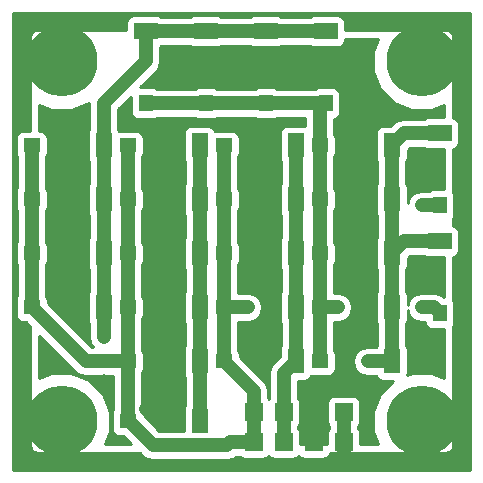
<source format=gbr>
G04 #@! TF.FileFunction,Copper,L2,Bot,Signal*
%FSLAX46Y46*%
G04 Gerber Fmt 4.6, Leading zero omitted, Abs format (unit mm)*
G04 Created by KiCad (PCBNEW 4.0.1-stable) date 8. 8. 2016 15:41:02*
%MOMM*%
G01*
G04 APERTURE LIST*
%ADD10C,0.500000*%
%ADD11R,1.400000X1.200000*%
%ADD12R,1.400000X2.000000*%
%ADD13R,1.200000X1.400000*%
%ADD14R,2.000000X1.400000*%
%ADD15R,1.524000X1.524000*%
%ADD16C,6.000000*%
%ADD17C,0.800000*%
%ADD18C,1.200000*%
%ADD19C,0.254000*%
G04 APERTURE END LIST*
D10*
D11*
X18794000Y28448000D03*
D12*
X24894000Y28448000D03*
D11*
X18794000Y23876000D03*
D12*
X24894000Y23876000D03*
D11*
X26922000Y23876000D03*
D12*
X33022000Y23876000D03*
D11*
X2538000Y19304000D03*
D12*
X8638000Y19304000D03*
D13*
X37084000Y23366000D03*
D14*
X37084000Y29466000D03*
D11*
X2538000Y23876000D03*
D12*
X8638000Y23876000D03*
D11*
X10666000Y23876000D03*
D12*
X16766000Y23876000D03*
D11*
X26922000Y10160000D03*
D12*
X33022000Y10160000D03*
D11*
X10666000Y5080000D03*
D12*
X16766000Y5080000D03*
D11*
X26922000Y28448000D03*
D12*
X33022000Y28448000D03*
D13*
X27432000Y32002000D03*
D14*
X27432000Y38102000D03*
D11*
X10666000Y28448000D03*
D12*
X16766000Y28448000D03*
D13*
X12192000Y32002000D03*
D14*
X12192000Y38102000D03*
D11*
X18794000Y19304000D03*
D12*
X24894000Y19304000D03*
D11*
X26922000Y19304000D03*
D12*
X33022000Y19304000D03*
D11*
X10666000Y19304000D03*
D12*
X16766000Y19304000D03*
D13*
X17272000Y32002000D03*
D14*
X17272000Y38102000D03*
D13*
X22352000Y32002000D03*
D14*
X22352000Y38102000D03*
D11*
X2538000Y28448000D03*
D12*
X8638000Y28448000D03*
D11*
X26922000Y14732000D03*
D12*
X33022000Y14732000D03*
D15*
X21336000Y3302000D03*
X21336000Y5842000D03*
X23876000Y3302000D03*
X23876000Y5842000D03*
X26416000Y3302000D03*
X26416000Y5842000D03*
X28956000Y3302000D03*
X28956000Y5842000D03*
D16*
X35560000Y5080000D03*
X5080000Y35560000D03*
X5080000Y5080000D03*
X35560000Y35560000D03*
D11*
X10666000Y14732000D03*
D12*
X16766000Y14732000D03*
D11*
X2538000Y14732000D03*
D12*
X8638000Y14732000D03*
D11*
X18794000Y14732000D03*
D12*
X24894000Y14732000D03*
D11*
X18794000Y10160000D03*
D12*
X24894000Y10160000D03*
D11*
X10666000Y10160000D03*
D12*
X16766000Y10160000D03*
D13*
X37084000Y14222000D03*
D14*
X37084000Y20322000D03*
D17*
X30988000Y10160000D03*
X16766000Y8636000D03*
X8636000Y12192000D03*
X35560000Y23368000D03*
X35560000Y14732000D03*
X20828000Y14732000D03*
X28448000Y14732000D03*
X36068000Y11176000D03*
X29972000Y12700000D03*
X37084000Y16764000D03*
X36576000Y26416000D03*
X21844000Y28448000D03*
X21844000Y23876000D03*
X21844000Y19304000D03*
X13716000Y14732000D03*
X13716000Y19304000D03*
X13716000Y23876000D03*
X13716000Y28448000D03*
X5588000Y28448000D03*
X5588000Y23876000D03*
X5588000Y19304000D03*
X5588000Y14732000D03*
X8636000Y8636000D03*
X12192000Y6096000D03*
X13716000Y5588000D03*
X28956000Y8636000D03*
X26416000Y7804000D03*
X14732000Y34544000D03*
X19812000Y34544000D03*
X24384000Y34544000D03*
X29972000Y34544000D03*
X29972000Y28448000D03*
X29972000Y23876000D03*
X29972000Y18796000D03*
D18*
X23876000Y3302000D02*
X23876000Y5842000D01*
X24894000Y14732000D02*
X24894000Y10160000D01*
X24894000Y19304000D02*
X24894000Y14732000D01*
X24894000Y23876000D02*
X24894000Y19304000D01*
X24894000Y28448000D02*
X24894000Y23876000D01*
X33022000Y10160000D02*
X30988000Y10160000D01*
X16766000Y5080000D02*
X16766000Y8636000D01*
X16766000Y10160000D02*
X16766000Y8636000D01*
X8638000Y14732000D02*
X8638000Y12194000D01*
X8638000Y12194000D02*
X8636000Y12192000D01*
X23876000Y5842000D02*
X23876000Y9142000D01*
X23876000Y9142000D02*
X24894000Y10160000D01*
X16766000Y14732000D02*
X16766000Y10160000D01*
X16766000Y19304000D02*
X16766000Y14732000D01*
X16766000Y23876000D02*
X16766000Y19304000D01*
X16766000Y28448000D02*
X16766000Y23876000D01*
X8638000Y19304000D02*
X8638000Y14732000D01*
X8638000Y23876000D02*
X8638000Y19304000D01*
X8638000Y28448000D02*
X8638000Y23876000D01*
X12192000Y35560000D02*
X8638000Y32006000D01*
X8638000Y32006000D02*
X8638000Y28448000D01*
X12192000Y38102000D02*
X12192000Y35560000D01*
X17272000Y38102000D02*
X12192000Y38102000D01*
X22352000Y38102000D02*
X17272000Y38102000D01*
X27432000Y38102000D02*
X22352000Y38102000D01*
X37084000Y20322000D02*
X34040000Y20322000D01*
X34040000Y20322000D02*
X33022000Y19304000D01*
X37084000Y29466000D02*
X34040000Y29466000D01*
X34040000Y29466000D02*
X33022000Y28448000D01*
X33022000Y23876000D02*
X33022000Y28448000D01*
X33022000Y19304000D02*
X33022000Y23876000D01*
X33022000Y14732000D02*
X33022000Y19304000D01*
X33022000Y10160000D02*
X33022000Y14732000D01*
X21336000Y3302000D02*
X21336000Y5842000D01*
X37084000Y23366000D02*
X35562000Y23366000D01*
X35562000Y23366000D02*
X35560000Y23368000D01*
X35560000Y14732000D02*
X36574000Y14732000D01*
X36574000Y14732000D02*
X37084000Y14222000D01*
X20828000Y14732000D02*
X18794000Y14732000D01*
X26922000Y14732000D02*
X28448000Y14732000D01*
X12798000Y3048000D02*
X19120000Y3048000D01*
X19120000Y3048000D02*
X19374000Y3302000D01*
X19374000Y3302000D02*
X21336000Y3302000D01*
X10666000Y5080000D02*
X10766000Y5080000D01*
X10766000Y5080000D02*
X12798000Y3048000D01*
X21336000Y5842000D02*
X21336000Y7618000D01*
X21336000Y7618000D02*
X18794000Y10160000D01*
X2538000Y14732000D02*
X7110000Y10160000D01*
X7110000Y10160000D02*
X10666000Y10160000D01*
X26922000Y28448000D02*
X26922000Y31492000D01*
X26922000Y31492000D02*
X27432000Y32002000D01*
X17272000Y32002000D02*
X18288000Y32002000D01*
X18288000Y32002000D02*
X22352000Y32002000D01*
X27432000Y32002000D02*
X22352000Y32002000D01*
X12192000Y32002000D02*
X17272000Y32002000D01*
X26922000Y23876000D02*
X26922000Y28448000D01*
X26922000Y19304000D02*
X26922000Y23876000D01*
X26922000Y14732000D02*
X26922000Y19304000D01*
X26922000Y10160000D02*
X26922000Y14732000D01*
X18794000Y23876000D02*
X18794000Y28448000D01*
X18794000Y19304000D02*
X18794000Y23876000D01*
X18794000Y14732000D02*
X18794000Y19304000D01*
X18794000Y15746000D02*
X18794000Y14732000D01*
X18794000Y10160000D02*
X18794000Y15746000D01*
X10666000Y23876000D02*
X10666000Y28448000D01*
X10666000Y19304000D02*
X10666000Y23876000D01*
X10666000Y14732000D02*
X10666000Y19304000D01*
X10666000Y10160000D02*
X10666000Y14732000D01*
X10666000Y5080000D02*
X10666000Y10160000D01*
X2538000Y19304000D02*
X2538000Y14732000D01*
X2538000Y23876000D02*
X2538000Y19304000D01*
X2538000Y28448000D02*
X2538000Y23876000D01*
X29972000Y12700000D02*
X30480000Y13208000D01*
X28956000Y8636000D02*
X28956000Y11684000D01*
X28956000Y11684000D02*
X29972000Y12700000D01*
X21844000Y19304000D02*
X21844000Y23876000D01*
X13716000Y19304000D02*
X13716000Y14732000D01*
X13716000Y28448000D02*
X13716000Y23876000D01*
X5588000Y23876000D02*
X5588000Y28448000D01*
X5588000Y14732000D02*
X5588000Y19304000D01*
X13716000Y5588000D02*
X12700000Y5588000D01*
X12700000Y5588000D02*
X12192000Y6096000D01*
X19812000Y34544000D02*
X14732000Y34544000D01*
X29972000Y34544000D02*
X24384000Y34544000D01*
X29972000Y23876000D02*
X29972000Y28448000D01*
X30480000Y13208000D02*
X30480000Y18288000D01*
X30480000Y18288000D02*
X29972000Y18796000D01*
X26416000Y3302000D02*
X26416000Y5842000D01*
X28956000Y3302000D02*
X28956000Y5842000D01*
X5080000Y1524000D02*
X8128000Y1524000D01*
X5080000Y5080000D02*
X5080000Y1524000D01*
X5080000Y39116000D02*
X5080000Y35560000D01*
X35560000Y39116000D02*
X35560000Y35560000D01*
X35052000Y1524000D02*
X35052000Y4572000D01*
X35052000Y4572000D02*
X35560000Y5080000D01*
X28956000Y1524000D02*
X35052000Y1524000D01*
X28956000Y3302000D02*
X28956000Y1524000D01*
D19*
G36*
X39676000Y964000D02*
X964000Y964000D01*
X964000Y29048000D01*
X1190560Y29048000D01*
X1190560Y27848000D01*
X1234838Y27612683D01*
X1303000Y27506756D01*
X1303000Y24817797D01*
X1241569Y24727890D01*
X1190560Y24476000D01*
X1190560Y23276000D01*
X1234838Y23040683D01*
X1303000Y22934756D01*
X1303000Y20245797D01*
X1241569Y20155890D01*
X1190560Y19904000D01*
X1190560Y18704000D01*
X1234838Y18468683D01*
X1303000Y18362756D01*
X1303000Y15673797D01*
X1241569Y15583890D01*
X1190560Y15332000D01*
X1190560Y14132000D01*
X1234838Y13896683D01*
X1373910Y13680559D01*
X1586110Y13535569D01*
X1838000Y13484560D01*
X2038886Y13484560D01*
X2413000Y13110446D01*
X2413000Y3048000D01*
X2456427Y2817205D01*
X2592827Y2605233D01*
X2800949Y2463029D01*
X3048000Y2413000D01*
X11686446Y2413000D01*
X11924723Y2174723D01*
X12325386Y1907009D01*
X12798000Y1813000D01*
X19120000Y1813000D01*
X19592614Y1907009D01*
X19832058Y2067000D01*
X20141463Y2067000D01*
X20322110Y1943569D01*
X20574000Y1892560D01*
X22098000Y1892560D01*
X22333317Y1936838D01*
X22549441Y2075910D01*
X22605374Y2157770D01*
X22649910Y2088559D01*
X22862110Y1943569D01*
X23114000Y1892560D01*
X24638000Y1892560D01*
X24873317Y1936838D01*
X25089441Y2075910D01*
X25145374Y2157770D01*
X25189910Y2088559D01*
X25402110Y1943569D01*
X25654000Y1892560D01*
X27178000Y1892560D01*
X27413317Y1936838D01*
X27629441Y2075910D01*
X27774431Y2288110D01*
X27799722Y2413000D01*
X37592000Y2413000D01*
X37822795Y2456427D01*
X38034767Y2592827D01*
X38176971Y2800949D01*
X38227000Y3048000D01*
X38227000Y13191911D01*
X38280431Y13270110D01*
X38331440Y13522000D01*
X38331440Y14922000D01*
X38287162Y15157317D01*
X38227000Y15250811D01*
X38227000Y19001467D01*
X38319317Y19018838D01*
X38535441Y19157910D01*
X38680431Y19370110D01*
X38731440Y19622000D01*
X38731440Y21022000D01*
X38687162Y21257317D01*
X38548090Y21473441D01*
X38335890Y21618431D01*
X38227000Y21640482D01*
X38227000Y22335911D01*
X38280431Y22414110D01*
X38331440Y22666000D01*
X38331440Y24066000D01*
X38287162Y24301317D01*
X38227000Y24394811D01*
X38227000Y28145467D01*
X38319317Y28162838D01*
X38535441Y28301910D01*
X38680431Y28514110D01*
X38731440Y28766000D01*
X38731440Y30166000D01*
X38687162Y30401317D01*
X38548090Y30617441D01*
X38335890Y30762431D01*
X38227000Y30784482D01*
X38227000Y37592000D01*
X38183573Y37822795D01*
X38047173Y38034767D01*
X37839051Y38176971D01*
X37592000Y38227000D01*
X29079440Y38227000D01*
X29079440Y38802000D01*
X29035162Y39037317D01*
X28896090Y39253441D01*
X28683890Y39398431D01*
X28432000Y39449440D01*
X26432000Y39449440D01*
X26196683Y39405162D01*
X26090756Y39337000D01*
X23693797Y39337000D01*
X23603890Y39398431D01*
X23352000Y39449440D01*
X21352000Y39449440D01*
X21116683Y39405162D01*
X21010756Y39337000D01*
X18613797Y39337000D01*
X18523890Y39398431D01*
X18272000Y39449440D01*
X16272000Y39449440D01*
X16036683Y39405162D01*
X15930756Y39337000D01*
X13533797Y39337000D01*
X13443890Y39398431D01*
X13192000Y39449440D01*
X11192000Y39449440D01*
X10956683Y39405162D01*
X10740559Y39266090D01*
X10595569Y39053890D01*
X10544560Y38802000D01*
X10544560Y38227000D01*
X3048000Y38227000D01*
X2817205Y38183573D01*
X2605233Y38047173D01*
X2463029Y37839051D01*
X2413000Y37592000D01*
X2413000Y29695440D01*
X1838000Y29695440D01*
X1602683Y29651162D01*
X1386559Y29512090D01*
X1241569Y29299890D01*
X1190560Y29048000D01*
X964000Y29048000D01*
X964000Y39676000D01*
X39676000Y39676000D01*
X39676000Y964000D01*
X39676000Y964000D01*
G37*
X39676000Y964000D02*
X964000Y964000D01*
X964000Y29048000D01*
X1190560Y29048000D01*
X1190560Y27848000D01*
X1234838Y27612683D01*
X1303000Y27506756D01*
X1303000Y24817797D01*
X1241569Y24727890D01*
X1190560Y24476000D01*
X1190560Y23276000D01*
X1234838Y23040683D01*
X1303000Y22934756D01*
X1303000Y20245797D01*
X1241569Y20155890D01*
X1190560Y19904000D01*
X1190560Y18704000D01*
X1234838Y18468683D01*
X1303000Y18362756D01*
X1303000Y15673797D01*
X1241569Y15583890D01*
X1190560Y15332000D01*
X1190560Y14132000D01*
X1234838Y13896683D01*
X1373910Y13680559D01*
X1586110Y13535569D01*
X1838000Y13484560D01*
X2038886Y13484560D01*
X2413000Y13110446D01*
X2413000Y3048000D01*
X2456427Y2817205D01*
X2592827Y2605233D01*
X2800949Y2463029D01*
X3048000Y2413000D01*
X11686446Y2413000D01*
X11924723Y2174723D01*
X12325386Y1907009D01*
X12798000Y1813000D01*
X19120000Y1813000D01*
X19592614Y1907009D01*
X19832058Y2067000D01*
X20141463Y2067000D01*
X20322110Y1943569D01*
X20574000Y1892560D01*
X22098000Y1892560D01*
X22333317Y1936838D01*
X22549441Y2075910D01*
X22605374Y2157770D01*
X22649910Y2088559D01*
X22862110Y1943569D01*
X23114000Y1892560D01*
X24638000Y1892560D01*
X24873317Y1936838D01*
X25089441Y2075910D01*
X25145374Y2157770D01*
X25189910Y2088559D01*
X25402110Y1943569D01*
X25654000Y1892560D01*
X27178000Y1892560D01*
X27413317Y1936838D01*
X27629441Y2075910D01*
X27774431Y2288110D01*
X27799722Y2413000D01*
X37592000Y2413000D01*
X37822795Y2456427D01*
X38034767Y2592827D01*
X38176971Y2800949D01*
X38227000Y3048000D01*
X38227000Y13191911D01*
X38280431Y13270110D01*
X38331440Y13522000D01*
X38331440Y14922000D01*
X38287162Y15157317D01*
X38227000Y15250811D01*
X38227000Y19001467D01*
X38319317Y19018838D01*
X38535441Y19157910D01*
X38680431Y19370110D01*
X38731440Y19622000D01*
X38731440Y21022000D01*
X38687162Y21257317D01*
X38548090Y21473441D01*
X38335890Y21618431D01*
X38227000Y21640482D01*
X38227000Y22335911D01*
X38280431Y22414110D01*
X38331440Y22666000D01*
X38331440Y24066000D01*
X38287162Y24301317D01*
X38227000Y24394811D01*
X38227000Y28145467D01*
X38319317Y28162838D01*
X38535441Y28301910D01*
X38680431Y28514110D01*
X38731440Y28766000D01*
X38731440Y30166000D01*
X38687162Y30401317D01*
X38548090Y30617441D01*
X38335890Y30762431D01*
X38227000Y30784482D01*
X38227000Y37592000D01*
X38183573Y37822795D01*
X38047173Y38034767D01*
X37839051Y38176971D01*
X37592000Y38227000D01*
X29079440Y38227000D01*
X29079440Y38802000D01*
X29035162Y39037317D01*
X28896090Y39253441D01*
X28683890Y39398431D01*
X28432000Y39449440D01*
X26432000Y39449440D01*
X26196683Y39405162D01*
X26090756Y39337000D01*
X23693797Y39337000D01*
X23603890Y39398431D01*
X23352000Y39449440D01*
X21352000Y39449440D01*
X21116683Y39405162D01*
X21010756Y39337000D01*
X18613797Y39337000D01*
X18523890Y39398431D01*
X18272000Y39449440D01*
X16272000Y39449440D01*
X16036683Y39405162D01*
X15930756Y39337000D01*
X13533797Y39337000D01*
X13443890Y39398431D01*
X13192000Y39449440D01*
X11192000Y39449440D01*
X10956683Y39405162D01*
X10740559Y39266090D01*
X10595569Y39053890D01*
X10544560Y38802000D01*
X10544560Y38227000D01*
X3048000Y38227000D01*
X2817205Y38183573D01*
X2605233Y38047173D01*
X2463029Y37839051D01*
X2413000Y37592000D01*
X2413000Y29695440D01*
X1838000Y29695440D01*
X1602683Y29651162D01*
X1386559Y29512090D01*
X1241569Y29299890D01*
X1190560Y29048000D01*
X964000Y29048000D01*
X964000Y39676000D01*
X39676000Y39676000D01*
X39676000Y964000D01*
G36*
X31433718Y36384513D02*
X31432285Y34742690D01*
X32059259Y33225296D01*
X33219190Y32063340D01*
X34735487Y31433718D01*
X36377310Y31432285D01*
X37465000Y31881709D01*
X37465000Y30813440D01*
X36084000Y30813440D01*
X35848683Y30769162D01*
X35742756Y30701000D01*
X34040000Y30701000D01*
X33567386Y30606991D01*
X33166723Y30339277D01*
X32922886Y30095440D01*
X32322000Y30095440D01*
X32086683Y30051162D01*
X31870559Y29912090D01*
X31725569Y29699890D01*
X31674560Y29448000D01*
X31674560Y27448000D01*
X31718838Y27212683D01*
X31787000Y27106756D01*
X31787000Y25217797D01*
X31725569Y25127890D01*
X31674560Y24876000D01*
X31674560Y22876000D01*
X31718838Y22640683D01*
X31787000Y22534756D01*
X31787000Y20645797D01*
X31725569Y20555890D01*
X31674560Y20304000D01*
X31674560Y18304000D01*
X31718838Y18068683D01*
X31787000Y17962756D01*
X31787000Y16073797D01*
X31725569Y15983890D01*
X31674560Y15732000D01*
X31674560Y13732000D01*
X31718838Y13496683D01*
X31787000Y13390756D01*
X31787000Y11501797D01*
X31725569Y11411890D01*
X31722149Y11395000D01*
X30988000Y11395000D01*
X30515386Y11300991D01*
X30114723Y11033277D01*
X29847009Y10632614D01*
X29753000Y10160000D01*
X29847009Y9687386D01*
X30114723Y9286723D01*
X30515386Y9019009D01*
X30988000Y8925000D01*
X31718778Y8925000D01*
X31718838Y8924683D01*
X31857910Y8708559D01*
X32070110Y8563569D01*
X32322000Y8512560D01*
X33156996Y8512560D01*
X32063340Y7420810D01*
X31433718Y5904513D01*
X31432285Y4262690D01*
X31881709Y3175000D01*
X30365440Y3175000D01*
X30365440Y4064000D01*
X30321162Y4299317D01*
X30191000Y4501594D01*
X30191000Y4647463D01*
X30314431Y4828110D01*
X30365440Y5080000D01*
X30365440Y6604000D01*
X30321162Y6839317D01*
X30182090Y7055441D01*
X29969890Y7200431D01*
X29718000Y7251440D01*
X28194000Y7251440D01*
X27958683Y7207162D01*
X27742559Y7068090D01*
X27597569Y6855890D01*
X27546560Y6604000D01*
X27546560Y5080000D01*
X27590838Y4844683D01*
X27721000Y4642406D01*
X27721000Y4496537D01*
X27597569Y4315890D01*
X27546560Y4064000D01*
X27546560Y3175000D01*
X25285440Y3175000D01*
X25285440Y4064000D01*
X25241162Y4299317D01*
X25111000Y4501594D01*
X25111000Y4647463D01*
X25234431Y4828110D01*
X25285440Y5080000D01*
X25285440Y6604000D01*
X25241162Y6839317D01*
X25111000Y7041594D01*
X25111000Y8512560D01*
X25594000Y8512560D01*
X25829317Y8556838D01*
X26045441Y8695910D01*
X26190431Y8908110D01*
X26192540Y8918526D01*
X26222000Y8912560D01*
X27622000Y8912560D01*
X27857317Y8956838D01*
X28073441Y9095910D01*
X28218431Y9308110D01*
X28269440Y9560000D01*
X28269440Y10760000D01*
X28225162Y10995317D01*
X28157000Y11101244D01*
X28157000Y13497000D01*
X28448000Y13497000D01*
X28920614Y13591009D01*
X29321277Y13858723D01*
X29588991Y14259386D01*
X29683000Y14732000D01*
X29588991Y15204614D01*
X29321277Y15605277D01*
X28920614Y15872991D01*
X28448000Y15967000D01*
X28157000Y15967000D01*
X28157000Y18362203D01*
X28218431Y18452110D01*
X28269440Y18704000D01*
X28269440Y19904000D01*
X28225162Y20139317D01*
X28157000Y20245244D01*
X28157000Y22934203D01*
X28218431Y23024110D01*
X28269440Y23276000D01*
X28269440Y24476000D01*
X28225162Y24711317D01*
X28157000Y24817244D01*
X28157000Y27506203D01*
X28218431Y27596110D01*
X28269440Y27848000D01*
X28269440Y29048000D01*
X28225162Y29283317D01*
X28157000Y29389244D01*
X28157000Y30678080D01*
X28267317Y30698838D01*
X28483441Y30837910D01*
X28628431Y31050110D01*
X28679440Y31302000D01*
X28679440Y32702000D01*
X28635162Y32937317D01*
X28496090Y33153441D01*
X28283890Y33298431D01*
X28032000Y33349440D01*
X26832000Y33349440D01*
X26596683Y33305162D01*
X26490756Y33237000D01*
X23293797Y33237000D01*
X23203890Y33298431D01*
X22952000Y33349440D01*
X21752000Y33349440D01*
X21516683Y33305162D01*
X21410756Y33237000D01*
X18213797Y33237000D01*
X18123890Y33298431D01*
X17872000Y33349440D01*
X16672000Y33349440D01*
X16436683Y33305162D01*
X16330756Y33237000D01*
X13133797Y33237000D01*
X13043890Y33298431D01*
X12792000Y33349440D01*
X11727994Y33349440D01*
X13065277Y34686723D01*
X13332991Y35087386D01*
X13427000Y35560000D01*
X13427000Y36798778D01*
X13427317Y36798838D01*
X13533244Y36867000D01*
X15930203Y36867000D01*
X16020110Y36805569D01*
X16272000Y36754560D01*
X18272000Y36754560D01*
X18507317Y36798838D01*
X18613244Y36867000D01*
X21010203Y36867000D01*
X21100110Y36805569D01*
X21352000Y36754560D01*
X23352000Y36754560D01*
X23587317Y36798838D01*
X23693244Y36867000D01*
X26090203Y36867000D01*
X26180110Y36805569D01*
X26432000Y36754560D01*
X28432000Y36754560D01*
X28667317Y36798838D01*
X28883441Y36937910D01*
X29028431Y37150110D01*
X29079440Y37402000D01*
X29079440Y37465000D01*
X31882376Y37465000D01*
X31433718Y36384513D01*
X31433718Y36384513D01*
G37*
X31433718Y36384513D02*
X31432285Y34742690D01*
X32059259Y33225296D01*
X33219190Y32063340D01*
X34735487Y31433718D01*
X36377310Y31432285D01*
X37465000Y31881709D01*
X37465000Y30813440D01*
X36084000Y30813440D01*
X35848683Y30769162D01*
X35742756Y30701000D01*
X34040000Y30701000D01*
X33567386Y30606991D01*
X33166723Y30339277D01*
X32922886Y30095440D01*
X32322000Y30095440D01*
X32086683Y30051162D01*
X31870559Y29912090D01*
X31725569Y29699890D01*
X31674560Y29448000D01*
X31674560Y27448000D01*
X31718838Y27212683D01*
X31787000Y27106756D01*
X31787000Y25217797D01*
X31725569Y25127890D01*
X31674560Y24876000D01*
X31674560Y22876000D01*
X31718838Y22640683D01*
X31787000Y22534756D01*
X31787000Y20645797D01*
X31725569Y20555890D01*
X31674560Y20304000D01*
X31674560Y18304000D01*
X31718838Y18068683D01*
X31787000Y17962756D01*
X31787000Y16073797D01*
X31725569Y15983890D01*
X31674560Y15732000D01*
X31674560Y13732000D01*
X31718838Y13496683D01*
X31787000Y13390756D01*
X31787000Y11501797D01*
X31725569Y11411890D01*
X31722149Y11395000D01*
X30988000Y11395000D01*
X30515386Y11300991D01*
X30114723Y11033277D01*
X29847009Y10632614D01*
X29753000Y10160000D01*
X29847009Y9687386D01*
X30114723Y9286723D01*
X30515386Y9019009D01*
X30988000Y8925000D01*
X31718778Y8925000D01*
X31718838Y8924683D01*
X31857910Y8708559D01*
X32070110Y8563569D01*
X32322000Y8512560D01*
X33156996Y8512560D01*
X32063340Y7420810D01*
X31433718Y5904513D01*
X31432285Y4262690D01*
X31881709Y3175000D01*
X30365440Y3175000D01*
X30365440Y4064000D01*
X30321162Y4299317D01*
X30191000Y4501594D01*
X30191000Y4647463D01*
X30314431Y4828110D01*
X30365440Y5080000D01*
X30365440Y6604000D01*
X30321162Y6839317D01*
X30182090Y7055441D01*
X29969890Y7200431D01*
X29718000Y7251440D01*
X28194000Y7251440D01*
X27958683Y7207162D01*
X27742559Y7068090D01*
X27597569Y6855890D01*
X27546560Y6604000D01*
X27546560Y5080000D01*
X27590838Y4844683D01*
X27721000Y4642406D01*
X27721000Y4496537D01*
X27597569Y4315890D01*
X27546560Y4064000D01*
X27546560Y3175000D01*
X25285440Y3175000D01*
X25285440Y4064000D01*
X25241162Y4299317D01*
X25111000Y4501594D01*
X25111000Y4647463D01*
X25234431Y4828110D01*
X25285440Y5080000D01*
X25285440Y6604000D01*
X25241162Y6839317D01*
X25111000Y7041594D01*
X25111000Y8512560D01*
X25594000Y8512560D01*
X25829317Y8556838D01*
X26045441Y8695910D01*
X26190431Y8908110D01*
X26192540Y8918526D01*
X26222000Y8912560D01*
X27622000Y8912560D01*
X27857317Y8956838D01*
X28073441Y9095910D01*
X28218431Y9308110D01*
X28269440Y9560000D01*
X28269440Y10760000D01*
X28225162Y10995317D01*
X28157000Y11101244D01*
X28157000Y13497000D01*
X28448000Y13497000D01*
X28920614Y13591009D01*
X29321277Y13858723D01*
X29588991Y14259386D01*
X29683000Y14732000D01*
X29588991Y15204614D01*
X29321277Y15605277D01*
X28920614Y15872991D01*
X28448000Y15967000D01*
X28157000Y15967000D01*
X28157000Y18362203D01*
X28218431Y18452110D01*
X28269440Y18704000D01*
X28269440Y19904000D01*
X28225162Y20139317D01*
X28157000Y20245244D01*
X28157000Y22934203D01*
X28218431Y23024110D01*
X28269440Y23276000D01*
X28269440Y24476000D01*
X28225162Y24711317D01*
X28157000Y24817244D01*
X28157000Y27506203D01*
X28218431Y27596110D01*
X28269440Y27848000D01*
X28269440Y29048000D01*
X28225162Y29283317D01*
X28157000Y29389244D01*
X28157000Y30678080D01*
X28267317Y30698838D01*
X28483441Y30837910D01*
X28628431Y31050110D01*
X28679440Y31302000D01*
X28679440Y32702000D01*
X28635162Y32937317D01*
X28496090Y33153441D01*
X28283890Y33298431D01*
X28032000Y33349440D01*
X26832000Y33349440D01*
X26596683Y33305162D01*
X26490756Y33237000D01*
X23293797Y33237000D01*
X23203890Y33298431D01*
X22952000Y33349440D01*
X21752000Y33349440D01*
X21516683Y33305162D01*
X21410756Y33237000D01*
X18213797Y33237000D01*
X18123890Y33298431D01*
X17872000Y33349440D01*
X16672000Y33349440D01*
X16436683Y33305162D01*
X16330756Y33237000D01*
X13133797Y33237000D01*
X13043890Y33298431D01*
X12792000Y33349440D01*
X11727994Y33349440D01*
X13065277Y34686723D01*
X13332991Y35087386D01*
X13427000Y35560000D01*
X13427000Y36798778D01*
X13427317Y36798838D01*
X13533244Y36867000D01*
X15930203Y36867000D01*
X16020110Y36805569D01*
X16272000Y36754560D01*
X18272000Y36754560D01*
X18507317Y36798838D01*
X18613244Y36867000D01*
X21010203Y36867000D01*
X21100110Y36805569D01*
X21352000Y36754560D01*
X23352000Y36754560D01*
X23587317Y36798838D01*
X23693244Y36867000D01*
X26090203Y36867000D01*
X26180110Y36805569D01*
X26432000Y36754560D01*
X28432000Y36754560D01*
X28667317Y36798838D01*
X28883441Y36937910D01*
X29028431Y37150110D01*
X29079440Y37402000D01*
X29079440Y37465000D01*
X31882376Y37465000D01*
X31433718Y36384513D01*
G36*
X6236723Y9286723D02*
X6637386Y9019009D01*
X7110000Y8925000D01*
X9431000Y8925000D01*
X9431000Y6021797D01*
X9369569Y5931890D01*
X9318560Y5680000D01*
X9318560Y4480000D01*
X9362838Y4244683D01*
X9501910Y4028559D01*
X9714110Y3883569D01*
X9966000Y3832560D01*
X10266886Y3832560D01*
X10924446Y3175000D01*
X8757624Y3175000D01*
X9206282Y4255487D01*
X9207715Y5897310D01*
X8580741Y7414704D01*
X7420810Y8576660D01*
X5904513Y9206282D01*
X4262690Y9207715D01*
X3175000Y8758291D01*
X3175000Y12348446D01*
X6236723Y9286723D01*
X6236723Y9286723D01*
G37*
X6236723Y9286723D02*
X6637386Y9019009D01*
X7110000Y8925000D01*
X9431000Y8925000D01*
X9431000Y6021797D01*
X9369569Y5931890D01*
X9318560Y5680000D01*
X9318560Y4480000D01*
X9362838Y4244683D01*
X9501910Y4028559D01*
X9714110Y3883569D01*
X9966000Y3832560D01*
X10266886Y3832560D01*
X10924446Y3175000D01*
X8757624Y3175000D01*
X9206282Y4255487D01*
X9207715Y5897310D01*
X8580741Y7414704D01*
X7420810Y8576660D01*
X5904513Y9206282D01*
X4262690Y9207715D01*
X3175000Y8758291D01*
X3175000Y12348446D01*
X6236723Y9286723D01*
G36*
X10944560Y31302000D02*
X10988838Y31066683D01*
X11127910Y30850559D01*
X11340110Y30705569D01*
X11592000Y30654560D01*
X12792000Y30654560D01*
X13027317Y30698838D01*
X13133244Y30767000D01*
X16330203Y30767000D01*
X16420110Y30705569D01*
X16672000Y30654560D01*
X17872000Y30654560D01*
X18107317Y30698838D01*
X18213244Y30767000D01*
X21410203Y30767000D01*
X21500110Y30705569D01*
X21752000Y30654560D01*
X22952000Y30654560D01*
X23187317Y30698838D01*
X23293244Y30767000D01*
X25687000Y30767000D01*
X25687000Y30076607D01*
X25594000Y30095440D01*
X24194000Y30095440D01*
X23958683Y30051162D01*
X23742559Y29912090D01*
X23597569Y29699890D01*
X23546560Y29448000D01*
X23546560Y27448000D01*
X23590838Y27212683D01*
X23659000Y27106756D01*
X23659000Y25217797D01*
X23597569Y25127890D01*
X23546560Y24876000D01*
X23546560Y22876000D01*
X23590838Y22640683D01*
X23659000Y22534756D01*
X23659000Y20645797D01*
X23597569Y20555890D01*
X23546560Y20304000D01*
X23546560Y18304000D01*
X23590838Y18068683D01*
X23659000Y17962756D01*
X23659000Y16073797D01*
X23597569Y15983890D01*
X23546560Y15732000D01*
X23546560Y13732000D01*
X23590838Y13496683D01*
X23659000Y13390756D01*
X23659000Y11501797D01*
X23597569Y11411890D01*
X23546560Y11160000D01*
X23546560Y10559114D01*
X23002723Y10015277D01*
X22735009Y9614614D01*
X22641000Y9142000D01*
X22641000Y7036537D01*
X22606626Y6986230D01*
X22571000Y7041594D01*
X22571000Y7618000D01*
X22476991Y8090614D01*
X22209277Y8491277D01*
X20141440Y10559114D01*
X20141440Y10760000D01*
X20097162Y10995317D01*
X20029000Y11101244D01*
X20029000Y13497000D01*
X20828000Y13497000D01*
X21300614Y13591009D01*
X21701277Y13858723D01*
X21968991Y14259386D01*
X22063000Y14732000D01*
X21968991Y15204614D01*
X21701277Y15605277D01*
X21300614Y15872991D01*
X20828000Y15967000D01*
X20029000Y15967000D01*
X20029000Y18362203D01*
X20090431Y18452110D01*
X20141440Y18704000D01*
X20141440Y19904000D01*
X20097162Y20139317D01*
X20029000Y20245244D01*
X20029000Y22934203D01*
X20090431Y23024110D01*
X20141440Y23276000D01*
X20141440Y24476000D01*
X20097162Y24711317D01*
X20029000Y24817244D01*
X20029000Y27506203D01*
X20090431Y27596110D01*
X20141440Y27848000D01*
X20141440Y29048000D01*
X20097162Y29283317D01*
X19958090Y29499441D01*
X19745890Y29644431D01*
X19494000Y29695440D01*
X18094000Y29695440D01*
X18064886Y29689962D01*
X17930090Y29899441D01*
X17717890Y30044431D01*
X17466000Y30095440D01*
X16066000Y30095440D01*
X15830683Y30051162D01*
X15614559Y29912090D01*
X15469569Y29699890D01*
X15418560Y29448000D01*
X15418560Y27448000D01*
X15462838Y27212683D01*
X15531000Y27106756D01*
X15531000Y25217797D01*
X15469569Y25127890D01*
X15418560Y24876000D01*
X15418560Y22876000D01*
X15462838Y22640683D01*
X15531000Y22534756D01*
X15531000Y20645797D01*
X15469569Y20555890D01*
X15418560Y20304000D01*
X15418560Y18304000D01*
X15462838Y18068683D01*
X15531000Y17962756D01*
X15531000Y16073797D01*
X15469569Y15983890D01*
X15418560Y15732000D01*
X15418560Y13732000D01*
X15462838Y13496683D01*
X15531000Y13390756D01*
X15531000Y11501797D01*
X15469569Y11411890D01*
X15418560Y11160000D01*
X15418560Y9160000D01*
X15462838Y8924683D01*
X15531000Y8818756D01*
X15531000Y6421797D01*
X15469569Y6331890D01*
X15418560Y6080000D01*
X15418560Y4283000D01*
X13309554Y4283000D01*
X12013440Y5579114D01*
X12013440Y5680000D01*
X11969162Y5915317D01*
X11901000Y6021244D01*
X11901000Y9218203D01*
X11962431Y9308110D01*
X12013440Y9560000D01*
X12013440Y10760000D01*
X11969162Y10995317D01*
X11901000Y11101244D01*
X11901000Y13790203D01*
X11962431Y13880110D01*
X12013440Y14132000D01*
X12013440Y15332000D01*
X11969162Y15567317D01*
X11901000Y15673244D01*
X11901000Y18362203D01*
X11962431Y18452110D01*
X12013440Y18704000D01*
X12013440Y19904000D01*
X11969162Y20139317D01*
X11901000Y20245244D01*
X11901000Y22934203D01*
X11962431Y23024110D01*
X12013440Y23276000D01*
X12013440Y24476000D01*
X11969162Y24711317D01*
X11901000Y24817244D01*
X11901000Y27506203D01*
X11962431Y27596110D01*
X12013440Y27848000D01*
X12013440Y29048000D01*
X11969162Y29283317D01*
X11830090Y29499441D01*
X11617890Y29644431D01*
X11366000Y29695440D01*
X9966000Y29695440D01*
X9936886Y29689962D01*
X9873000Y29789244D01*
X9873000Y31494446D01*
X10944560Y32566006D01*
X10944560Y31302000D01*
X10944560Y31302000D01*
G37*
X10944560Y31302000D02*
X10988838Y31066683D01*
X11127910Y30850559D01*
X11340110Y30705569D01*
X11592000Y30654560D01*
X12792000Y30654560D01*
X13027317Y30698838D01*
X13133244Y30767000D01*
X16330203Y30767000D01*
X16420110Y30705569D01*
X16672000Y30654560D01*
X17872000Y30654560D01*
X18107317Y30698838D01*
X18213244Y30767000D01*
X21410203Y30767000D01*
X21500110Y30705569D01*
X21752000Y30654560D01*
X22952000Y30654560D01*
X23187317Y30698838D01*
X23293244Y30767000D01*
X25687000Y30767000D01*
X25687000Y30076607D01*
X25594000Y30095440D01*
X24194000Y30095440D01*
X23958683Y30051162D01*
X23742559Y29912090D01*
X23597569Y29699890D01*
X23546560Y29448000D01*
X23546560Y27448000D01*
X23590838Y27212683D01*
X23659000Y27106756D01*
X23659000Y25217797D01*
X23597569Y25127890D01*
X23546560Y24876000D01*
X23546560Y22876000D01*
X23590838Y22640683D01*
X23659000Y22534756D01*
X23659000Y20645797D01*
X23597569Y20555890D01*
X23546560Y20304000D01*
X23546560Y18304000D01*
X23590838Y18068683D01*
X23659000Y17962756D01*
X23659000Y16073797D01*
X23597569Y15983890D01*
X23546560Y15732000D01*
X23546560Y13732000D01*
X23590838Y13496683D01*
X23659000Y13390756D01*
X23659000Y11501797D01*
X23597569Y11411890D01*
X23546560Y11160000D01*
X23546560Y10559114D01*
X23002723Y10015277D01*
X22735009Y9614614D01*
X22641000Y9142000D01*
X22641000Y7036537D01*
X22606626Y6986230D01*
X22571000Y7041594D01*
X22571000Y7618000D01*
X22476991Y8090614D01*
X22209277Y8491277D01*
X20141440Y10559114D01*
X20141440Y10760000D01*
X20097162Y10995317D01*
X20029000Y11101244D01*
X20029000Y13497000D01*
X20828000Y13497000D01*
X21300614Y13591009D01*
X21701277Y13858723D01*
X21968991Y14259386D01*
X22063000Y14732000D01*
X21968991Y15204614D01*
X21701277Y15605277D01*
X21300614Y15872991D01*
X20828000Y15967000D01*
X20029000Y15967000D01*
X20029000Y18362203D01*
X20090431Y18452110D01*
X20141440Y18704000D01*
X20141440Y19904000D01*
X20097162Y20139317D01*
X20029000Y20245244D01*
X20029000Y22934203D01*
X20090431Y23024110D01*
X20141440Y23276000D01*
X20141440Y24476000D01*
X20097162Y24711317D01*
X20029000Y24817244D01*
X20029000Y27506203D01*
X20090431Y27596110D01*
X20141440Y27848000D01*
X20141440Y29048000D01*
X20097162Y29283317D01*
X19958090Y29499441D01*
X19745890Y29644431D01*
X19494000Y29695440D01*
X18094000Y29695440D01*
X18064886Y29689962D01*
X17930090Y29899441D01*
X17717890Y30044431D01*
X17466000Y30095440D01*
X16066000Y30095440D01*
X15830683Y30051162D01*
X15614559Y29912090D01*
X15469569Y29699890D01*
X15418560Y29448000D01*
X15418560Y27448000D01*
X15462838Y27212683D01*
X15531000Y27106756D01*
X15531000Y25217797D01*
X15469569Y25127890D01*
X15418560Y24876000D01*
X15418560Y22876000D01*
X15462838Y22640683D01*
X15531000Y22534756D01*
X15531000Y20645797D01*
X15469569Y20555890D01*
X15418560Y20304000D01*
X15418560Y18304000D01*
X15462838Y18068683D01*
X15531000Y17962756D01*
X15531000Y16073797D01*
X15469569Y15983890D01*
X15418560Y15732000D01*
X15418560Y13732000D01*
X15462838Y13496683D01*
X15531000Y13390756D01*
X15531000Y11501797D01*
X15469569Y11411890D01*
X15418560Y11160000D01*
X15418560Y9160000D01*
X15462838Y8924683D01*
X15531000Y8818756D01*
X15531000Y6421797D01*
X15469569Y6331890D01*
X15418560Y6080000D01*
X15418560Y4283000D01*
X13309554Y4283000D01*
X12013440Y5579114D01*
X12013440Y5680000D01*
X11969162Y5915317D01*
X11901000Y6021244D01*
X11901000Y9218203D01*
X11962431Y9308110D01*
X12013440Y9560000D01*
X12013440Y10760000D01*
X11969162Y10995317D01*
X11901000Y11101244D01*
X11901000Y13790203D01*
X11962431Y13880110D01*
X12013440Y14132000D01*
X12013440Y15332000D01*
X11969162Y15567317D01*
X11901000Y15673244D01*
X11901000Y18362203D01*
X11962431Y18452110D01*
X12013440Y18704000D01*
X12013440Y19904000D01*
X11969162Y20139317D01*
X11901000Y20245244D01*
X11901000Y22934203D01*
X11962431Y23024110D01*
X12013440Y23276000D01*
X12013440Y24476000D01*
X11969162Y24711317D01*
X11901000Y24817244D01*
X11901000Y27506203D01*
X11962431Y27596110D01*
X12013440Y27848000D01*
X12013440Y29048000D01*
X11969162Y29283317D01*
X11830090Y29499441D01*
X11617890Y29644431D01*
X11366000Y29695440D01*
X9966000Y29695440D01*
X9936886Y29689962D01*
X9873000Y29789244D01*
X9873000Y31494446D01*
X10944560Y32566006D01*
X10944560Y31302000D01*
G36*
X34419009Y14259386D02*
X34686723Y13858723D01*
X35087386Y13591009D01*
X35560000Y13497000D01*
X35841264Y13497000D01*
X35880838Y13286683D01*
X36019910Y13070559D01*
X36232110Y12925569D01*
X36484000Y12874560D01*
X37465000Y12874560D01*
X37465000Y8757624D01*
X36384513Y9206282D01*
X34742690Y9207715D01*
X34345902Y9043766D01*
X34369440Y9160000D01*
X34369440Y11160000D01*
X34325162Y11395317D01*
X34257000Y11501244D01*
X34257000Y13390203D01*
X34318431Y13480110D01*
X34369440Y13732000D01*
X34369440Y14508586D01*
X34419009Y14259386D01*
X34419009Y14259386D01*
G37*
X34419009Y14259386D02*
X34686723Y13858723D01*
X35087386Y13591009D01*
X35560000Y13497000D01*
X35841264Y13497000D01*
X35880838Y13286683D01*
X36019910Y13070559D01*
X36232110Y12925569D01*
X36484000Y12874560D01*
X37465000Y12874560D01*
X37465000Y8757624D01*
X36384513Y9206282D01*
X34742690Y9207715D01*
X34345902Y9043766D01*
X34369440Y9160000D01*
X34369440Y11160000D01*
X34325162Y11395317D01*
X34257000Y11501244D01*
X34257000Y13390203D01*
X34318431Y13480110D01*
X34369440Y13732000D01*
X34369440Y14508586D01*
X34419009Y14259386D01*
G36*
X7403000Y32006000D02*
X7403000Y29789797D01*
X7341569Y29699890D01*
X7290560Y29448000D01*
X7290560Y27448000D01*
X7334838Y27212683D01*
X7403000Y27106756D01*
X7403000Y25217797D01*
X7341569Y25127890D01*
X7290560Y24876000D01*
X7290560Y22876000D01*
X7334838Y22640683D01*
X7403000Y22534756D01*
X7403000Y20645797D01*
X7341569Y20555890D01*
X7290560Y20304000D01*
X7290560Y18304000D01*
X7334838Y18068683D01*
X7403000Y17962756D01*
X7403000Y16073797D01*
X7341569Y15983890D01*
X7290560Y15732000D01*
X7290560Y13732000D01*
X7334838Y13496683D01*
X7403000Y13390756D01*
X7403000Y12202055D01*
X7401000Y12192000D01*
X7495009Y11719386D01*
X7711756Y11395000D01*
X7621554Y11395000D01*
X3885440Y15131114D01*
X3885440Y15332000D01*
X3841162Y15567317D01*
X3773000Y15673244D01*
X3773000Y18362203D01*
X3834431Y18452110D01*
X3885440Y18704000D01*
X3885440Y19904000D01*
X3841162Y20139317D01*
X3773000Y20245244D01*
X3773000Y22934203D01*
X3834431Y23024110D01*
X3885440Y23276000D01*
X3885440Y24476000D01*
X3841162Y24711317D01*
X3773000Y24817244D01*
X3773000Y27506203D01*
X3834431Y27596110D01*
X3885440Y27848000D01*
X3885440Y29048000D01*
X3841162Y29283317D01*
X3702090Y29499441D01*
X3489890Y29644431D01*
X3238000Y29695440D01*
X3175000Y29695440D01*
X3175000Y31882376D01*
X4255487Y31433718D01*
X5897310Y31432285D01*
X7413494Y32058759D01*
X7403000Y32006000D01*
X7403000Y32006000D01*
G37*
X7403000Y32006000D02*
X7403000Y29789797D01*
X7341569Y29699890D01*
X7290560Y29448000D01*
X7290560Y27448000D01*
X7334838Y27212683D01*
X7403000Y27106756D01*
X7403000Y25217797D01*
X7341569Y25127890D01*
X7290560Y24876000D01*
X7290560Y22876000D01*
X7334838Y22640683D01*
X7403000Y22534756D01*
X7403000Y20645797D01*
X7341569Y20555890D01*
X7290560Y20304000D01*
X7290560Y18304000D01*
X7334838Y18068683D01*
X7403000Y17962756D01*
X7403000Y16073797D01*
X7341569Y15983890D01*
X7290560Y15732000D01*
X7290560Y13732000D01*
X7334838Y13496683D01*
X7403000Y13390756D01*
X7403000Y12202055D01*
X7401000Y12192000D01*
X7495009Y11719386D01*
X7711756Y11395000D01*
X7621554Y11395000D01*
X3885440Y15131114D01*
X3885440Y15332000D01*
X3841162Y15567317D01*
X3773000Y15673244D01*
X3773000Y18362203D01*
X3834431Y18452110D01*
X3885440Y18704000D01*
X3885440Y19904000D01*
X3841162Y20139317D01*
X3773000Y20245244D01*
X3773000Y22934203D01*
X3834431Y23024110D01*
X3885440Y23276000D01*
X3885440Y24476000D01*
X3841162Y24711317D01*
X3773000Y24817244D01*
X3773000Y27506203D01*
X3834431Y27596110D01*
X3885440Y27848000D01*
X3885440Y29048000D01*
X3841162Y29283317D01*
X3702090Y29499441D01*
X3489890Y29644431D01*
X3238000Y29695440D01*
X3175000Y29695440D01*
X3175000Y31882376D01*
X4255487Y31433718D01*
X5897310Y31432285D01*
X7413494Y32058759D01*
X7403000Y32006000D01*
G36*
X35832110Y19025569D02*
X36084000Y18974560D01*
X37465000Y18974560D01*
X37465000Y15587554D01*
X37447277Y15605277D01*
X37046614Y15872991D01*
X36574000Y15967000D01*
X35560000Y15967000D01*
X35087386Y15872991D01*
X34686723Y15605277D01*
X34419009Y15204614D01*
X34369440Y14955414D01*
X34369440Y15732000D01*
X34325162Y15967317D01*
X34257000Y16073244D01*
X34257000Y17962203D01*
X34318431Y18052110D01*
X34369440Y18304000D01*
X34369440Y18904886D01*
X34551554Y19087000D01*
X35742203Y19087000D01*
X35832110Y19025569D01*
X35832110Y19025569D01*
G37*
X35832110Y19025569D02*
X36084000Y18974560D01*
X37465000Y18974560D01*
X37465000Y15587554D01*
X37447277Y15605277D01*
X37046614Y15872991D01*
X36574000Y15967000D01*
X35560000Y15967000D01*
X35087386Y15872991D01*
X34686723Y15605277D01*
X34419009Y15204614D01*
X34369440Y14955414D01*
X34369440Y15732000D01*
X34325162Y15967317D01*
X34257000Y16073244D01*
X34257000Y17962203D01*
X34318431Y18052110D01*
X34369440Y18304000D01*
X34369440Y18904886D01*
X34551554Y19087000D01*
X35742203Y19087000D01*
X35832110Y19025569D01*
G36*
X35832110Y28169569D02*
X36084000Y28118560D01*
X37465000Y28118560D01*
X37465000Y24713440D01*
X36484000Y24713440D01*
X36248683Y24669162D01*
X36142756Y24601000D01*
X35570055Y24601000D01*
X35560000Y24603000D01*
X35087386Y24508991D01*
X34686723Y24241277D01*
X34419009Y23840614D01*
X34369440Y23591414D01*
X34369440Y24876000D01*
X34325162Y25111317D01*
X34257000Y25217244D01*
X34257000Y27106203D01*
X34318431Y27196110D01*
X34369440Y27448000D01*
X34369440Y28048886D01*
X34551554Y28231000D01*
X35742203Y28231000D01*
X35832110Y28169569D01*
X35832110Y28169569D01*
G37*
X35832110Y28169569D02*
X36084000Y28118560D01*
X37465000Y28118560D01*
X37465000Y24713440D01*
X36484000Y24713440D01*
X36248683Y24669162D01*
X36142756Y24601000D01*
X35570055Y24601000D01*
X35560000Y24603000D01*
X35087386Y24508991D01*
X34686723Y24241277D01*
X34419009Y23840614D01*
X34369440Y23591414D01*
X34369440Y24876000D01*
X34325162Y25111317D01*
X34257000Y25217244D01*
X34257000Y27106203D01*
X34318431Y27196110D01*
X34369440Y27448000D01*
X34369440Y28048886D01*
X34551554Y28231000D01*
X35742203Y28231000D01*
X35832110Y28169569D01*
M02*

</source>
